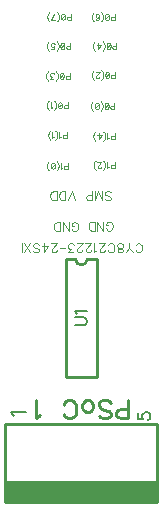
<source format=gbr>
G04 DipTrace 3.0.0.1*
G04 TopSilk.gbr*
%MOIN*%
G04 #@! TF.FileFunction,Legend,Top*
G04 #@! TF.Part,Single*
%ADD10C,0.01*%
%ADD37C,0.006176*%
%ADD38C,0.004632*%
%ADD39C,0.003088*%
%ADD40C,0.009264*%
%ADD41C,0.00772*%
%FSLAX26Y26*%
G04*
G70*
G90*
G75*
G01*
G04 TopSilk*
%LPD*%
X608261Y1213830D2*
D10*
Y820160D1*
X710637Y1213830D2*
Y820160D1*
X608261D2*
X710637D1*
X608261Y1213830D2*
X639755D1*
X679144D2*
X710637D1*
X639755D2*
G03X679144Y1213830I19694J11D01*
G01*
X406037Y663247D2*
X911942D1*
Y403401D1*
X406037D1*
Y663247D1*
G36*
X409983Y474265D2*
X907996D1*
Y405383D1*
X409983D1*
Y474265D1*
G37*
X636943Y992625D2*
D37*
X665639D1*
X671387Y994526D1*
X675190Y998373D1*
X677135Y1004121D1*
Y1007923D1*
X675190Y1013671D1*
X671387Y1017518D1*
X665639Y1019419D1*
X636943D1*
X644637Y1031771D2*
X642691Y1035617D1*
X636988Y1041365D1*
X677135D1*
X742042Y1316059D2*
D38*
X743467Y1313207D1*
X746353Y1310322D1*
X749204Y1308896D1*
X754941D1*
X757826Y1310322D1*
X760678Y1313207D1*
X762138Y1316059D1*
X763563Y1320370D1*
Y1327566D1*
X762138Y1331844D1*
X760678Y1334729D1*
X757827Y1337581D1*
X754941Y1339040D1*
X749205D1*
X746353Y1337581D1*
X743468Y1334729D1*
X742042Y1331844D1*
Y1327566D1*
X749204D1*
X712682Y1308896D2*
Y1339040D1*
X732778Y1308896D1*
Y1339040D1*
X703418Y1308896D2*
X703419Y1339040D1*
X693371D1*
X689060Y1337581D1*
X686174Y1334729D1*
X684748Y1331844D1*
X683323Y1327566D1*
Y1320370D1*
X684748Y1316059D1*
X686174Y1313207D1*
X689059Y1310322D1*
X693371Y1308896D1*
X703418D1*
X626818Y1314090D2*
X628244Y1311238D1*
X631129Y1308353D1*
X633981Y1306927D1*
X639718D1*
X642603Y1308353D1*
X645455Y1311238D1*
X646914Y1314090D1*
X648340Y1318401D1*
Y1325597D1*
X646914Y1329875D1*
X645455Y1332760D1*
X642603Y1335612D1*
X639718Y1337071D1*
X633981D1*
X631130Y1335612D1*
X628244Y1332760D1*
X626818Y1329875D1*
Y1325598D1*
X633981D1*
X597459Y1306927D2*
Y1337071D1*
X617555Y1306927D1*
Y1337071D1*
X588195Y1306927D2*
Y1337071D1*
X578147D1*
X573836Y1335612D1*
X570951Y1332760D1*
X569525Y1329875D1*
X568099Y1325597D1*
Y1318401D1*
X569525Y1314090D1*
X570951Y1311238D1*
X573836Y1308353D1*
X578147Y1306927D1*
X588195D1*
X638104Y1410208D2*
X626630Y1440352D1*
X615156Y1410208D1*
X605893D2*
Y1440352D1*
X595845D1*
X591534Y1438893D1*
X588649Y1436041D1*
X587223Y1433156D1*
X585797Y1428878D1*
Y1421682D1*
X587223Y1417371D1*
X588649Y1414519D1*
X591534Y1411634D1*
X595845Y1410208D1*
X605893D1*
X576533D2*
Y1440352D1*
X566485D1*
X562174Y1438893D1*
X559289Y1436041D1*
X557863Y1433156D1*
X556437Y1428878D1*
Y1421682D1*
X557863Y1417371D1*
X559289Y1414519D1*
X562174Y1411634D1*
X566485Y1410208D1*
X576533D1*
X737037Y1414519D2*
X739889Y1411634D1*
X744200Y1410208D1*
X749937D1*
X754248Y1411634D1*
X757133Y1414519D1*
Y1417371D1*
X755674Y1420256D1*
X754248Y1421682D1*
X751396Y1423108D1*
X742774Y1425993D1*
X739889Y1427419D1*
X738463Y1428878D1*
X737037Y1431730D1*
Y1436041D1*
X739889Y1438893D1*
X744200Y1440352D1*
X749937D1*
X754248Y1438893D1*
X757133Y1436041D1*
X704826Y1440352D2*
Y1410208D1*
X716300Y1440352D1*
X727774Y1410208D1*
Y1440352D1*
X695562Y1425993D2*
X682629D1*
X678351Y1424567D1*
X676892Y1423108D1*
X675466Y1420256D1*
Y1415945D1*
X676892Y1413093D1*
X678351Y1411634D1*
X682629Y1410208D1*
X695562D1*
Y1440352D1*
X769854Y1527018D2*
D39*
X761232D1*
X758380Y1526068D1*
X757407Y1525095D1*
X756456Y1523194D1*
Y1520320D1*
X757407Y1518418D1*
X758380Y1517446D1*
X761232Y1516495D1*
X769854D1*
Y1536591D1*
X750281Y1520342D2*
X748357Y1519369D1*
X745483Y1516517D1*
Y1536591D1*
X732609Y1511255D2*
X734532Y1513157D1*
X736434Y1516031D1*
X738357Y1519855D1*
X739308Y1524653D1*
Y1528477D1*
X738357Y1533253D1*
X736434Y1537077D1*
X734533Y1539951D1*
X732609Y1541853D1*
X725461Y1521292D2*
Y1520342D1*
X724510Y1518418D1*
X723559Y1517468D1*
X721636Y1516517D1*
X717811D1*
X715910Y1517468D1*
X714959Y1518418D1*
X713987Y1520342D1*
Y1522243D1*
X714959Y1524166D1*
X716861Y1527018D1*
X726433Y1536591D1*
X713036D1*
X706860Y1511255D2*
X704937Y1513157D1*
X703036Y1516031D1*
X701112Y1519855D1*
X700162Y1524653D1*
Y1528477D1*
X701112Y1533253D1*
X703036Y1537077D1*
X704937Y1539951D1*
X706860Y1541853D1*
X770247Y1623606D2*
X761625D1*
X758774Y1622656D1*
X757801Y1621683D1*
X756850Y1619782D1*
Y1616908D1*
X757801Y1615006D1*
X758774Y1614034D1*
X761625Y1613083D1*
X770247D1*
Y1633179D1*
X750675Y1616930D2*
X748751Y1615957D1*
X745877Y1613105D1*
Y1633179D1*
X733003Y1607843D2*
X734926Y1609745D1*
X736827Y1612619D1*
X738751Y1616443D1*
X739701Y1621241D1*
Y1625065D1*
X738751Y1629841D1*
X736827Y1633665D1*
X734926Y1636539D1*
X733003Y1638441D1*
X717254Y1633179D2*
Y1613105D1*
X726827Y1626480D1*
X712479D1*
X706303Y1607843D2*
X704380Y1609745D1*
X702479Y1612619D1*
X700555Y1616443D1*
X699605Y1621241D1*
Y1625065D1*
X700555Y1629841D1*
X702479Y1633665D1*
X704380Y1636539D1*
X706303Y1638441D1*
X769716Y1724353D2*
X761094D1*
X758242Y1723402D1*
X757269Y1722430D1*
X756319Y1720528D1*
Y1717654D1*
X757269Y1715753D1*
X758242Y1714780D1*
X761094Y1713830D1*
X769716D1*
Y1733926D1*
X744395Y1713852D2*
X747269Y1714802D1*
X749192Y1717676D1*
X750143Y1722452D1*
Y1725326D1*
X749192Y1730101D1*
X747269Y1732975D1*
X744395Y1733926D1*
X742494D1*
X739620Y1732975D1*
X737718Y1730101D1*
X736746Y1725326D1*
Y1722452D1*
X737718Y1717676D1*
X739620Y1714802D1*
X742494Y1713852D1*
X744395D1*
X737718Y1717676D2*
X749192Y1730101D1*
X723871Y1708590D2*
X725795Y1710491D1*
X727696Y1713365D1*
X729619Y1717190D1*
X730570Y1721987D1*
Y1725812D1*
X729619Y1730587D1*
X727696Y1734412D1*
X725795Y1737286D1*
X723871Y1739187D1*
X711948Y1713852D2*
X714822Y1714802D1*
X716745Y1717676D1*
X717696Y1722452D1*
Y1725326D1*
X716745Y1730101D1*
X714822Y1732975D1*
X711948Y1733926D1*
X710046D1*
X707172Y1732975D1*
X705271Y1730101D1*
X704298Y1725326D1*
Y1722452D1*
X705271Y1717676D1*
X707172Y1714802D1*
X710046Y1713852D1*
X711948D1*
X705271Y1717676D2*
X716745Y1730101D1*
X698123Y1708590D2*
X696199Y1710491D1*
X694298Y1713365D1*
X692375Y1717190D1*
X691424Y1721987D1*
Y1725812D1*
X692375Y1730587D1*
X694298Y1734412D1*
X696199Y1737286D1*
X698123Y1739187D1*
X772209Y1827634D2*
X763587D1*
X760736Y1826683D1*
X759763Y1825710D1*
X758812Y1823809D1*
Y1820935D1*
X759763Y1819034D1*
X760736Y1818061D1*
X763587Y1817110D1*
X772209D1*
Y1837206D1*
X746888Y1817133D2*
X749762Y1818083D1*
X751686Y1820957D1*
X752636Y1825733D1*
Y1828607D1*
X751686Y1833382D1*
X749763Y1836256D1*
X746888Y1837206D1*
X744987D1*
X742113Y1836256D1*
X740212Y1833382D1*
X739239Y1828607D1*
Y1825733D1*
X740212Y1820957D1*
X742113Y1818083D1*
X744987Y1817133D1*
X746888D1*
X740212Y1820957D2*
X751686Y1833382D1*
X726365Y1811871D2*
X728288Y1813772D1*
X730189Y1816646D1*
X732113Y1820471D1*
X733063Y1825268D1*
Y1829093D1*
X732113Y1833868D1*
X730189Y1837693D1*
X728288Y1840567D1*
X726365Y1842468D1*
X719216Y1821908D2*
Y1820957D1*
X718266Y1819034D1*
X717315Y1818083D1*
X715392Y1817133D1*
X711567D1*
X709666Y1818083D1*
X708715Y1819034D1*
X707742Y1820957D1*
Y1822859D1*
X708715Y1824782D1*
X710616Y1827634D1*
X720189Y1837206D1*
X706792D1*
X700616Y1811871D2*
X698693Y1813772D1*
X696791Y1816646D1*
X694868Y1820471D1*
X693917Y1825268D1*
Y1829093D1*
X694868Y1833868D1*
X696791Y1837693D1*
X698693Y1840567D1*
X700616Y1842468D1*
X776278Y1924615D2*
X767656D1*
X764804Y1923665D1*
X763831Y1922692D1*
X762880Y1920791D1*
Y1917917D1*
X763831Y1916016D1*
X764804Y1915043D1*
X767656Y1914092D1*
X776278D1*
Y1934188D1*
X750957Y1914114D2*
X753831Y1915065D1*
X755754Y1917939D1*
X756705Y1922714D1*
Y1925588D1*
X755754Y1930363D1*
X753831Y1933237D1*
X750957Y1934188D1*
X749055D1*
X746181Y1933237D1*
X744280Y1930363D1*
X743307Y1925588D1*
Y1922714D1*
X744280Y1917939D1*
X746181Y1915065D1*
X749055Y1914114D1*
X750957D1*
X744280Y1917939D2*
X755754Y1930363D1*
X730433Y1908853D2*
X732356Y1910754D1*
X734258Y1913628D1*
X736181Y1917453D1*
X737132Y1922250D1*
Y1926075D1*
X736181Y1930850D1*
X734258Y1934674D1*
X732356Y1937548D1*
X730433Y1939450D1*
X714685Y1934188D2*
Y1914114D1*
X724257Y1927489D1*
X709909D1*
X703734Y1908853D2*
X701810Y1910754D1*
X699909Y1913628D1*
X697986Y1917453D1*
X697035Y1922250D1*
Y1926075D1*
X697986Y1930850D1*
X699909Y1934674D1*
X701810Y1937548D1*
X703734Y1939450D1*
X770897Y2021728D2*
X762275D1*
X759423Y2020778D1*
X758450Y2019805D1*
X757500Y2017904D1*
Y2015030D1*
X758450Y2013128D1*
X759423Y2012156D1*
X762275Y2011205D1*
X770897D1*
Y2031301D1*
X745576Y2011227D2*
X748450Y2012178D1*
X750373Y2015052D1*
X751324Y2019827D1*
Y2022701D1*
X750374Y2027476D1*
X748450Y2030350D1*
X745576Y2031301D1*
X743675D1*
X740801Y2030350D1*
X738900Y2027476D1*
X737927Y2022701D1*
Y2019827D1*
X738900Y2015052D1*
X740801Y2012178D1*
X743675Y2011227D1*
X745576D1*
X738900Y2015052D2*
X750374Y2027476D1*
X725052Y2005965D2*
X726976Y2007867D1*
X728877Y2010741D1*
X730800Y2014565D1*
X731751Y2019363D1*
Y2023187D1*
X730801Y2027963D1*
X728877Y2031787D1*
X726976Y2034661D1*
X725052Y2036563D1*
X707403Y2014079D2*
X708353Y2012178D1*
X711227Y2011227D1*
X713129D1*
X716003Y2012178D1*
X717926Y2015052D1*
X718877Y2019827D1*
Y2024602D1*
X717926Y2028427D1*
X716003Y2030350D1*
X713129Y2031301D1*
X712178D1*
X709326Y2030350D1*
X707403Y2028427D1*
X706452Y2025553D1*
Y2024602D1*
X707403Y2021728D1*
X709326Y2019827D1*
X712178Y2018876D1*
X713129D1*
X716003Y2019827D1*
X717926Y2021728D1*
X718877Y2024602D1*
X700276Y2005965D2*
X698353Y2007867D1*
X696452Y2010741D1*
X694528Y2014565D1*
X693578Y2019363D1*
Y2023187D1*
X694528Y2027963D1*
X696452Y2031787D1*
X698353Y2034661D1*
X700277Y2036563D1*
X614467Y1525272D2*
X605845D1*
X602993Y1524321D1*
X602020Y1523348D1*
X601069Y1521447D1*
Y1518573D1*
X602020Y1516672D1*
X602993Y1515699D1*
X605845Y1514748D1*
X614467D1*
Y1534844D1*
X594894Y1518595D2*
X592970Y1517622D1*
X590096Y1514770D1*
Y1534844D1*
X577222Y1509509D2*
X579145Y1511410D1*
X581047Y1514284D1*
X582970Y1518109D1*
X583921Y1522906D1*
Y1526731D1*
X582970Y1531506D1*
X581047Y1535331D1*
X579145Y1538205D1*
X577222Y1540106D1*
X565298Y1514770D2*
X568172Y1515721D1*
X570096Y1518595D1*
X571046Y1523370D1*
Y1526244D1*
X570096Y1531020D1*
X568172Y1533894D1*
X565298Y1534844D1*
X563397D1*
X560523Y1533894D1*
X558622Y1531020D1*
X557649Y1526244D1*
Y1523370D1*
X558622Y1518595D1*
X560523Y1515721D1*
X563397Y1514770D1*
X565298D1*
X558622Y1518595D2*
X570096Y1531020D1*
X551473Y1509509D2*
X549550Y1511410D1*
X547649Y1514284D1*
X545725Y1518109D1*
X544775Y1522906D1*
Y1526731D1*
X545725Y1531506D1*
X547649Y1535331D1*
X549550Y1538205D1*
X551473Y1540106D1*
X610005Y1627503D2*
X601383D1*
X598531Y1626552D1*
X597558Y1625579D1*
X596607Y1623678D1*
Y1620804D1*
X597558Y1618903D1*
X598531Y1617930D1*
X601383Y1616979D1*
X610005D1*
Y1637075D1*
X590432Y1620826D2*
X588508Y1619853D1*
X585634Y1617001D1*
Y1637075D1*
X572760Y1611740D2*
X574683Y1613641D1*
X576585Y1616515D1*
X578508Y1620340D1*
X579459Y1625137D1*
Y1628962D1*
X578508Y1633737D1*
X576585Y1637562D1*
X574683Y1640436D1*
X572760Y1642337D1*
X566584Y1620826D2*
X564661Y1619853D1*
X561787Y1617001D1*
Y1637075D1*
X555611Y1611740D2*
X553688Y1613641D1*
X551787Y1616515D1*
X549863Y1620340D1*
X548913Y1625137D1*
Y1628962D1*
X549863Y1633737D1*
X551787Y1637562D1*
X553688Y1640436D1*
X555611Y1642337D1*
X613810Y1726321D2*
X605188D1*
X602337Y1725371D1*
X601364Y1724398D1*
X600413Y1722497D1*
Y1719623D1*
X601364Y1717722D1*
X602337Y1716749D1*
X605188Y1715798D1*
X613810D1*
Y1735894D1*
X588489Y1715820D2*
X591363Y1716771D1*
X593287Y1719645D1*
X594238Y1724420D1*
Y1727294D1*
X593287Y1732070D1*
X591364Y1734944D1*
X588490Y1735894D1*
X586588D1*
X583714Y1734944D1*
X581813Y1732070D1*
X580840Y1727294D1*
Y1724420D1*
X581813Y1719645D1*
X583714Y1716771D1*
X586588Y1715820D1*
X588489D1*
X581813Y1719645D2*
X593287Y1732070D1*
X567966Y1710559D2*
X569889Y1712460D1*
X571790Y1715334D1*
X573714Y1719159D1*
X574665Y1723956D1*
Y1727781D1*
X573714Y1732556D1*
X571791Y1736381D1*
X569889Y1739255D1*
X567966Y1741156D1*
X561790Y1719645D2*
X559867Y1718672D1*
X556993Y1715820D1*
Y1735894D1*
X550817Y1710559D2*
X548894Y1712460D1*
X546992Y1715334D1*
X545069Y1719159D1*
X544118Y1723956D1*
Y1727781D1*
X545069Y1732556D1*
X546992Y1736381D1*
X548894Y1739255D1*
X550817Y1741156D1*
X619978Y1824747D2*
X611356D1*
X608505Y1823796D1*
X607532Y1822823D1*
X606581Y1820922D1*
Y1818048D1*
X607532Y1816147D1*
X608505Y1815174D1*
X611356Y1814223D1*
X619978D1*
Y1834319D1*
X594657Y1814245D2*
X597531Y1815196D1*
X599455Y1818070D1*
X600405Y1822845D1*
X600406Y1825719D1*
X599455Y1830495D1*
X597532Y1833369D1*
X594658Y1834319D1*
X592756D1*
X589882Y1833369D1*
X587981Y1830495D1*
X587008Y1825719D1*
Y1822845D1*
X587981Y1818070D1*
X589882Y1815196D1*
X592756Y1814245D1*
X594657D1*
X587981Y1818070D2*
X599455Y1830495D1*
X574134Y1808984D2*
X576057Y1810885D1*
X577958Y1813759D1*
X579882Y1817584D1*
X580833Y1822381D1*
Y1826206D1*
X579882Y1830981D1*
X577959Y1834806D1*
X576057Y1837680D1*
X574134Y1839581D1*
X566035Y1814245D2*
X555534D1*
X561259Y1821895D1*
X558385D1*
X556484Y1822845D1*
X555534Y1823796D1*
X554561Y1826670D1*
Y1828571D1*
X555534Y1831445D1*
X557435Y1833369D1*
X560309Y1834319D1*
X563183D1*
X566035Y1833369D1*
X566985Y1832396D1*
X567958Y1830495D1*
X548385Y1808984D2*
X546462Y1810885D1*
X544560Y1813759D1*
X542637Y1817584D1*
X541686Y1822381D1*
Y1826206D1*
X542637Y1830981D1*
X544560Y1834806D1*
X546462Y1837680D1*
X548385Y1839581D1*
X622341Y1924484D2*
X613719D1*
X610867Y1923534D1*
X609894Y1922561D1*
X608943Y1920660D1*
Y1917786D1*
X609894Y1915884D1*
X610867Y1914912D1*
X613719Y1913961D1*
X622341D1*
Y1934057D1*
X597020Y1913983D2*
X599894Y1914934D1*
X601817Y1917808D1*
X602768Y1922583D1*
Y1925457D1*
X601817Y1930232D1*
X599894Y1933106D1*
X597020Y1934057D1*
X595118D1*
X592244Y1933106D1*
X590343Y1930232D1*
X589370Y1925457D1*
Y1922583D1*
X590343Y1917808D1*
X592244Y1914934D1*
X595118Y1913983D1*
X597020D1*
X590343Y1917808D2*
X601817Y1930232D1*
X576496Y1908721D2*
X578419Y1910623D1*
X580321Y1913497D1*
X582244Y1917321D1*
X583195Y1922119D1*
Y1925943D1*
X582244Y1930719D1*
X580321Y1934543D1*
X578419Y1937417D1*
X576496Y1939319D1*
X558846Y1913983D2*
X568397D1*
X569348Y1922583D1*
X568397Y1921632D1*
X565523Y1920660D1*
X562671D1*
X559797Y1921632D1*
X557874Y1923534D1*
X556923Y1926408D1*
Y1928309D1*
X557874Y1931183D1*
X559797Y1933106D1*
X562671Y1934057D1*
X565523D1*
X568397Y1933106D1*
X569348Y1932134D1*
X570320Y1930232D1*
X550747Y1908721D2*
X548824Y1910623D1*
X546923Y1913497D1*
X544999Y1917321D1*
X544049Y1922119D1*
Y1925943D1*
X544999Y1930719D1*
X546923Y1934543D1*
X548824Y1937417D1*
X550747Y1939319D1*
X624178Y2022122D2*
X615556D1*
X612704Y2021171D1*
X611731Y2020199D1*
X610781Y2018297D1*
Y2015423D1*
X611731Y2013522D1*
X612704Y2012549D1*
X615556Y2011599D1*
X624178D1*
Y2031695D1*
X598857Y2011621D2*
X601731Y2012571D1*
X603654Y2015445D1*
X604605Y2020221D1*
Y2023095D1*
X603654Y2027870D1*
X601731Y2030744D1*
X598857Y2031695D1*
X596956D1*
X594082Y2030744D1*
X592180Y2027870D1*
X591208Y2023095D1*
Y2020221D1*
X592180Y2015445D1*
X594082Y2012571D1*
X596956Y2011621D1*
X598857D1*
X592180Y2015445D2*
X603654Y2027870D1*
X578333Y2006359D2*
X580257Y2008260D1*
X582158Y2011134D1*
X584081Y2014959D1*
X585032Y2019756D1*
Y2023581D1*
X584081Y2028356D1*
X582158Y2032181D1*
X580257Y2035055D1*
X578333Y2036956D1*
X568333Y2031695D2*
X558760Y2011621D1*
X572158D1*
X552585Y2006359D2*
X550661Y2008260D1*
X548760Y2011134D1*
X546837Y2014959D1*
X545886Y2019756D1*
Y2023581D1*
X546837Y2028356D1*
X548760Y2032181D1*
X550661Y2035055D1*
X552585Y2036956D1*
X816234Y714709D2*
D40*
X790368D1*
X781813Y711857D1*
X778894Y708939D1*
X776042Y703235D1*
Y694613D1*
X778894Y688910D1*
X781813Y685991D1*
X790368Y683139D1*
X816234D1*
Y743427D1*
X717323Y691761D2*
X723027Y685991D1*
X731649Y683139D1*
X743123D1*
X751745Y685991D1*
X757515Y691761D1*
Y697465D1*
X754597Y703235D1*
X751745Y706087D1*
X746041Y708939D1*
X728797Y714709D1*
X723027Y717561D1*
X720175Y720480D1*
X717323Y726183D1*
Y734805D1*
X723027Y740509D1*
X731649Y743427D1*
X743123D1*
X751745Y740509D1*
X757515Y734805D1*
X684470Y703235D2*
X690174Y706087D1*
X695944Y711857D1*
X698796Y720479D1*
Y726183D1*
X695944Y734805D1*
X690174Y740509D1*
X684471Y743427D1*
X675848D1*
X670078Y740509D1*
X664375Y734805D1*
X661456Y726183D1*
Y720479D1*
X664374Y711857D1*
X670078Y706087D1*
X675848Y703235D1*
X684470D1*
X599885Y697465D2*
X602737Y691761D1*
X608507Y685991D1*
X614211Y683139D1*
X625685D1*
X631455Y685991D1*
X637159Y691761D1*
X640077Y697465D1*
X642929Y706087D1*
Y720479D1*
X640077Y729035D1*
X637159Y734805D1*
X631455Y740509D1*
X625685Y743427D1*
X614211D1*
X608507Y740509D1*
X602737Y734805D1*
X599885Y729035D1*
X523037Y694680D2*
X517267Y691761D1*
X508645Y683206D1*
Y743427D1*
X840144Y1243544D2*
D38*
X841570Y1240692D1*
X844455Y1237807D1*
X847307Y1236381D1*
X853044D1*
X855929Y1237807D1*
X858781Y1240692D1*
X860240Y1243544D1*
X861666Y1247855D1*
Y1255051D1*
X860240Y1259329D1*
X858781Y1262214D1*
X855929Y1265066D1*
X853044Y1266525D1*
X847307D1*
X844456Y1265066D1*
X841570Y1262214D1*
X840145Y1259329D1*
X830881Y1236381D2*
X819407Y1250740D1*
Y1266525D1*
X807933Y1236381D2*
X819407Y1250740D1*
X791507Y1236415D2*
X795784Y1237841D1*
X797244Y1240692D1*
Y1243577D1*
X795784Y1246429D1*
X792933Y1247888D1*
X787196Y1249314D1*
X782885Y1250740D1*
X780033Y1253625D1*
X778607Y1256477D1*
Y1260788D1*
X780033Y1263640D1*
X781459Y1265099D1*
X785770Y1266525D1*
X791507D1*
X795784Y1265099D1*
X797244Y1263640D1*
X798670Y1260788D1*
Y1256477D1*
X797244Y1253625D1*
X794359Y1250740D1*
X790081Y1249314D1*
X784344Y1247888D1*
X781459Y1246429D1*
X780033Y1243577D1*
Y1240692D1*
X781459Y1237840D1*
X785770Y1236415D1*
X791507D1*
X747821Y1243544D2*
X749247Y1240692D1*
X752132Y1237807D1*
X754984Y1236381D1*
X760721D1*
X763606Y1237807D1*
X766458Y1240692D1*
X767917Y1243544D1*
X769343Y1247855D1*
Y1255051D1*
X767917Y1259329D1*
X766458Y1262214D1*
X763606Y1265066D1*
X760721Y1266525D1*
X754984D1*
X752132Y1265066D1*
X749247Y1262214D1*
X747821Y1259329D1*
X737099Y1243577D2*
Y1242152D1*
X735673Y1239266D1*
X734247Y1237840D1*
X731362Y1236415D1*
X725625D1*
X722773Y1237840D1*
X721347Y1239266D1*
X719888Y1242151D1*
Y1245003D1*
X721347Y1247888D1*
X724199Y1252166D1*
X738558Y1266525D1*
X718462D1*
X709198Y1242151D2*
X706313Y1240692D1*
X702002Y1236415D1*
Y1266525D1*
X691279Y1243577D2*
Y1242151D1*
X689853Y1239266D1*
X688427Y1237840D1*
X685542Y1236415D1*
X679805D1*
X676953Y1237840D1*
X675528Y1239266D1*
X674068Y1242151D1*
Y1245003D1*
X675528Y1247888D1*
X678379Y1252166D1*
X692738Y1266525D1*
X672642D1*
X661920Y1243577D2*
Y1242151D1*
X660494Y1239266D1*
X659068Y1237840D1*
X656183Y1236415D1*
X650446D1*
X647594Y1237840D1*
X646168Y1239266D1*
X644709Y1242151D1*
Y1245003D1*
X646168Y1247888D1*
X649020Y1252166D1*
X663379Y1266525D1*
X643283D1*
X631134Y1236415D2*
X615382D1*
X623971Y1247888D1*
X619660D1*
X616808Y1249314D1*
X615382Y1250740D1*
X613923Y1255051D1*
Y1257903D1*
X615382Y1262214D1*
X618234Y1265099D1*
X622545Y1266525D1*
X626856D1*
X631134Y1265099D1*
X632560Y1263640D1*
X634019Y1260788D1*
X604660Y1251470D2*
X588079D1*
X577356Y1243577D2*
Y1242151D1*
X575930Y1239266D1*
X574504Y1237840D1*
X571619Y1236415D1*
X565882D1*
X563030Y1237840D1*
X561604Y1239266D1*
X560145Y1242151D1*
Y1245003D1*
X561604Y1247888D1*
X564456Y1252166D1*
X578815Y1266525D1*
X558719D1*
X535097D2*
Y1236415D1*
X549456Y1256477D1*
X527934D1*
X498574Y1240692D2*
X501426Y1237807D1*
X505737Y1236381D1*
X511474D1*
X515785Y1237807D1*
X518670Y1240692D1*
Y1243544D1*
X517211Y1246429D1*
X515785Y1247855D1*
X512933Y1249281D1*
X504311Y1252166D1*
X501426Y1253592D1*
X500000Y1255051D1*
X498574Y1257903D1*
Y1262214D1*
X501426Y1265066D1*
X505737Y1266525D1*
X511474D1*
X515785Y1265066D1*
X518670Y1262214D1*
X489311Y1236381D2*
X469215Y1266525D1*
Y1236381D2*
X489311Y1266525D1*
X459951Y1236381D2*
Y1266525D1*
X434788Y690893D2*
D41*
X432356Y695702D1*
X425226Y702887D1*
X475411D1*
X848960Y700330D2*
D37*
Y681229D1*
X866159Y679328D1*
X864258Y681229D1*
X862313Y686977D1*
Y692681D1*
X864258Y698429D1*
X868061Y702276D1*
X873809Y704177D1*
X877611D1*
X883359Y702276D1*
X887206Y698429D1*
X889107Y692681D1*
Y686977D1*
X887206Y681229D1*
X885261Y679328D1*
X881458Y677383D1*
M02*

</source>
